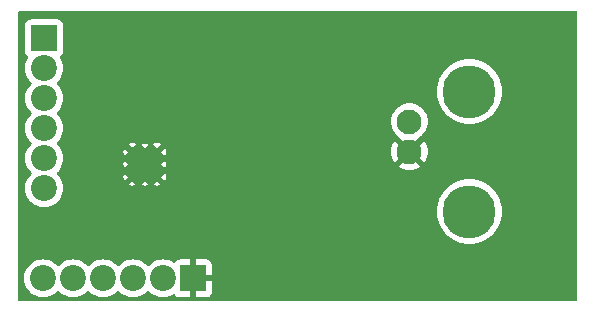
<source format=gbr>
%TF.GenerationSoftware,KiCad,Pcbnew,8.0.3*%
%TF.CreationDate,2024-10-23T17:21:21+02:00*%
%TF.ProjectId,aprs_test_board,61707273-5f74-4657-9374-5f626f617264,rev?*%
%TF.SameCoordinates,Original*%
%TF.FileFunction,Copper,L2,Bot*%
%TF.FilePolarity,Positive*%
%FSLAX46Y46*%
G04 Gerber Fmt 4.6, Leading zero omitted, Abs format (unit mm)*
G04 Created by KiCad (PCBNEW 8.0.3) date 2024-10-23 17:21:21*
%MOMM*%
%LPD*%
G01*
G04 APERTURE LIST*
%TA.AperFunction,HeatsinkPad*%
%ADD10C,0.500000*%
%TD*%
%TA.AperFunction,ComponentPad*%
%ADD11R,2.200000X2.200000*%
%TD*%
%TA.AperFunction,ComponentPad*%
%ADD12C,2.200000*%
%TD*%
%TA.AperFunction,HeatsinkPad*%
%ADD13R,2.600000X2.600000*%
%TD*%
%TA.AperFunction,ComponentPad*%
%ADD14C,2.100000*%
%TD*%
%TA.AperFunction,ComponentPad*%
%ADD15C,4.500000*%
%TD*%
%TA.AperFunction,ViaPad*%
%ADD16C,0.600000*%
%TD*%
G04 APERTURE END LIST*
D10*
%TO.P,,21,GND*%
%TO.N,GND*%
X99820000Y-103420000D03*
%TD*%
D11*
%TO.P,J2,1,Pin_1*%
%TO.N,+3.3V*%
X92350000Y-92750000D03*
D12*
%TO.P,J2,2,Pin_2*%
%TO.N,Net-(J2-Pin_2)*%
X92350000Y-95290000D03*
%TO.P,J2,3,Pin_3*%
%TO.N,Net-(J2-Pin_3)*%
X92350000Y-97830000D03*
%TO.P,J2,4,Pin_4*%
%TO.N,Net-(J2-Pin_4)*%
X92350000Y-100370000D03*
%TO.P,J2,5,Pin_5*%
%TO.N,Net-(J2-Pin_5)*%
X92350000Y-102910000D03*
%TO.P,J2,6,Pin_6*%
%TO.N,Net-(J2-Pin_6)*%
X92350000Y-105450000D03*
%TD*%
D11*
%TO.P,J3,1,Pin_1*%
%TO.N,GND*%
X104960000Y-113070000D03*
D12*
%TO.P,J3,2,Pin_2*%
%TO.N,/SDN*%
X102420000Y-113070000D03*
%TO.P,J3,3,Pin_3*%
%TO.N,Net-(J3-Pin_3)*%
X99880000Y-113070000D03*
%TO.P,J3,4,Pin_4*%
%TO.N,Net-(J3-Pin_4)*%
X97340000Y-113070000D03*
%TO.P,J3,5,Pin_5*%
%TO.N,Net-(J3-Pin_5)*%
X94800000Y-113070000D03*
%TO.P,J3,6,Pin_6*%
%TO.N,Net-(J3-Pin_6)*%
X92260000Y-113070000D03*
%TD*%
D10*
%TO.P,,21,GND*%
%TO.N,GND*%
X100870000Y-104470000D03*
%TD*%
%TO.P,U1,21,GND*%
%TO.N,GND*%
X101920000Y-104470000D03*
X101920000Y-102370000D03*
D13*
X100870000Y-103420000D03*
D10*
X99820000Y-104470000D03*
X99820000Y-102370000D03*
%TD*%
%TO.P,,21,GND*%
%TO.N,GND*%
X100880000Y-103430000D03*
%TD*%
%TO.P,,21,GND*%
%TO.N,GND*%
X101920000Y-103420000D03*
%TD*%
%TO.P,,21,GND*%
%TO.N,GND*%
X100870000Y-102420000D03*
%TD*%
D14*
%TO.P,J1,1,In*%
%TO.N,Net-(J1-In)*%
X123280000Y-99800000D03*
%TO.P,J1,2,Ext*%
%TO.N,GND*%
X123280000Y-102340000D03*
D15*
%TO.P,J1,MH1*%
%TO.N,N/C*%
X128360000Y-97260000D03*
%TO.P,J1,MH2*%
X128360000Y-107420000D03*
%TD*%
D16*
%TO.N,GND*%
X128140000Y-111890000D03*
X127940000Y-100850000D03*
X111940000Y-107130000D03*
X112790000Y-106120000D03*
X114500000Y-99000000D03*
X114500000Y-103000000D03*
X114500000Y-112000000D03*
X111500000Y-112000000D03*
X98000000Y-96000000D03*
X95000000Y-101000000D03*
X132500000Y-96000000D03*
X131000000Y-93000000D03*
X134500000Y-92500000D03*
X128000000Y-92500000D03*
X124000000Y-96000000D03*
X124000000Y-93000000D03*
X132000000Y-111000000D03*
X132500000Y-108000000D03*
X132000000Y-104500000D03*
X132000000Y-100000000D03*
X127500000Y-103500000D03*
X124000000Y-105500000D03*
X123500000Y-109000000D03*
X122000000Y-112500000D03*
X118500000Y-111000000D03*
X108000000Y-112000000D03*
X118500000Y-106500000D03*
X119000000Y-108500000D03*
X114000000Y-108000000D03*
X113000000Y-104500000D03*
X118500000Y-104000000D03*
X118500000Y-100000000D03*
X115500000Y-100500000D03*
X116500000Y-99000000D03*
X117500000Y-98000000D03*
X108500000Y-93000000D03*
X106000000Y-95000000D03*
X107000000Y-97000000D03*
X105000000Y-98500000D03*
X105000000Y-92500000D03*
X101500000Y-92500000D03*
X111340000Y-102940000D03*
X123950000Y-97970000D03*
X121330000Y-100420000D03*
X115380000Y-95260000D03*
X114770000Y-94630000D03*
X118700000Y-93970000D03*
X119470000Y-94060000D03*
X119990000Y-94620000D03*
X120520000Y-95160000D03*
X121080000Y-95750000D03*
X121710000Y-96410000D03*
X122340000Y-97040000D03*
X122970000Y-97660000D03*
X121040000Y-99460000D03*
X120270000Y-98620000D03*
X119600000Y-97980000D03*
X118870000Y-97340000D03*
X118190000Y-96640000D03*
X117310000Y-96560000D03*
X126000000Y-102000000D03*
X130000000Y-102000000D03*
X121000000Y-102000000D03*
X116000000Y-102000000D03*
X116000000Y-106000000D03*
X112000000Y-110000000D03*
X116000000Y-110000000D03*
X121000000Y-106000000D03*
X121000000Y-110000000D03*
X108000000Y-95000000D03*
X106610000Y-105010000D03*
X135000000Y-114000000D03*
X134000000Y-110000000D03*
X109000000Y-110000000D03*
X133000000Y-114000000D03*
X134000000Y-98000000D03*
X104170000Y-108910000D03*
X106970000Y-109460000D03*
X112650000Y-99440000D03*
X137000000Y-100000000D03*
X98000000Y-91000000D03*
X109000000Y-114000000D03*
X106030000Y-91100000D03*
X122000000Y-94000000D03*
X111500000Y-93830000D03*
X108030000Y-99640000D03*
X137000000Y-102000000D03*
X137000000Y-110000000D03*
X110590000Y-95360000D03*
X137000000Y-92000000D03*
X106640000Y-101620000D03*
X132000000Y-91000000D03*
X126000000Y-91000000D03*
X115000000Y-114000000D03*
X106060000Y-109450000D03*
X112020000Y-91080000D03*
X111480000Y-92930000D03*
X128000000Y-91000000D03*
X130000000Y-91000000D03*
X125550000Y-94000000D03*
X110380000Y-103680000D03*
X107000000Y-114000000D03*
X107380000Y-100030000D03*
X113180000Y-91070000D03*
X136000000Y-91000000D03*
X91000000Y-110000000D03*
X124000000Y-91000000D03*
X107920000Y-109430000D03*
X106640000Y-103240000D03*
X137000000Y-94000000D03*
X111510000Y-95370000D03*
X137000000Y-96000000D03*
X110240000Y-108270000D03*
X96000000Y-91000000D03*
X118770000Y-91060000D03*
X137000000Y-98000000D03*
X109030000Y-99690000D03*
X137000000Y-112000000D03*
X102000000Y-91000000D03*
X111480000Y-92020000D03*
X123000000Y-114000000D03*
X125000000Y-114000000D03*
X117000000Y-114000000D03*
X109200000Y-97150000D03*
X100000000Y-91000000D03*
X111510000Y-94640000D03*
X129000000Y-114000000D03*
X106610000Y-105860000D03*
X120000000Y-91000000D03*
X137000000Y-108000000D03*
X105070000Y-108950000D03*
X137000000Y-114000000D03*
X114240000Y-91090000D03*
X134000000Y-102000000D03*
X104000000Y-91000000D03*
X117630000Y-91050000D03*
X112610000Y-98500000D03*
X134000000Y-106000000D03*
X137000000Y-104000000D03*
X109650000Y-95400000D03*
X113630000Y-98520000D03*
X109220000Y-96210000D03*
X134000000Y-91000000D03*
X137000000Y-106000000D03*
X116630000Y-91110000D03*
X113000000Y-114000000D03*
X110070000Y-91130000D03*
X121000000Y-114000000D03*
X109150000Y-98920000D03*
X134000000Y-94000000D03*
X119000000Y-114000000D03*
X115430000Y-91070000D03*
X106930000Y-100830000D03*
X110330000Y-107260000D03*
X127000000Y-114000000D03*
X131000000Y-114000000D03*
X111000000Y-114000000D03*
X91000000Y-108000000D03*
X108020000Y-91220000D03*
X108910000Y-109430000D03*
X96000000Y-100000000D03*
X96000000Y-95000000D03*
X106640000Y-104120000D03*
X122000000Y-91000000D03*
X104000000Y-95000000D03*
X109160000Y-98050000D03*
X109820000Y-109170000D03*
X110400000Y-102850000D03*
X106620000Y-102430000D03*
%TD*%
%TA.AperFunction,Conductor*%
%TO.N,GND*%
G36*
X137442539Y-90460185D02*
G01*
X137488294Y-90512989D01*
X137499500Y-90564500D01*
X137499500Y-114865500D01*
X137479815Y-114932539D01*
X137427011Y-114978294D01*
X137375500Y-114989500D01*
X90234500Y-114989500D01*
X90167461Y-114969815D01*
X90121706Y-114917011D01*
X90110500Y-114865500D01*
X90110500Y-113070000D01*
X90654551Y-113070000D01*
X90674317Y-113321151D01*
X90733126Y-113566110D01*
X90829533Y-113798859D01*
X90961160Y-114013653D01*
X90961161Y-114013656D01*
X90961164Y-114013659D01*
X91124776Y-114205224D01*
X91209259Y-114277379D01*
X91316343Y-114368838D01*
X91316346Y-114368839D01*
X91531140Y-114500466D01*
X91763889Y-114596873D01*
X92008852Y-114655683D01*
X92260000Y-114675449D01*
X92511148Y-114655683D01*
X92756111Y-114596873D01*
X92988859Y-114500466D01*
X93203659Y-114368836D01*
X93395224Y-114205224D01*
X93435710Y-114157819D01*
X93494216Y-114119627D01*
X93564084Y-114119128D01*
X93623130Y-114156482D01*
X93624235Y-114157756D01*
X93664775Y-114205223D01*
X93664776Y-114205224D01*
X93856343Y-114368838D01*
X93856346Y-114368839D01*
X94071140Y-114500466D01*
X94303889Y-114596873D01*
X94548852Y-114655683D01*
X94800000Y-114675449D01*
X95051148Y-114655683D01*
X95296111Y-114596873D01*
X95528859Y-114500466D01*
X95743659Y-114368836D01*
X95935224Y-114205224D01*
X95975710Y-114157819D01*
X96034216Y-114119627D01*
X96104084Y-114119128D01*
X96163130Y-114156482D01*
X96164235Y-114157756D01*
X96204775Y-114205223D01*
X96204776Y-114205224D01*
X96396343Y-114368838D01*
X96396346Y-114368839D01*
X96611140Y-114500466D01*
X96843889Y-114596873D01*
X97088852Y-114655683D01*
X97340000Y-114675449D01*
X97591148Y-114655683D01*
X97836111Y-114596873D01*
X98068859Y-114500466D01*
X98283659Y-114368836D01*
X98475224Y-114205224D01*
X98515710Y-114157819D01*
X98574216Y-114119627D01*
X98644084Y-114119128D01*
X98703130Y-114156482D01*
X98704235Y-114157756D01*
X98744775Y-114205223D01*
X98744776Y-114205224D01*
X98936343Y-114368838D01*
X98936346Y-114368839D01*
X99151140Y-114500466D01*
X99383889Y-114596873D01*
X99628852Y-114655683D01*
X99880000Y-114675449D01*
X100131148Y-114655683D01*
X100376111Y-114596873D01*
X100608859Y-114500466D01*
X100823659Y-114368836D01*
X101015224Y-114205224D01*
X101055710Y-114157819D01*
X101114216Y-114119627D01*
X101184084Y-114119128D01*
X101243130Y-114156482D01*
X101244235Y-114157756D01*
X101284775Y-114205223D01*
X101284776Y-114205224D01*
X101476343Y-114368838D01*
X101476346Y-114368839D01*
X101691140Y-114500466D01*
X101923889Y-114596873D01*
X102168852Y-114655683D01*
X102420000Y-114675449D01*
X102671148Y-114655683D01*
X102916111Y-114596873D01*
X103148859Y-114500466D01*
X103281445Y-114419217D01*
X103348890Y-114400972D01*
X103415493Y-114422088D01*
X103445502Y-114450633D01*
X103502813Y-114527190D01*
X103617906Y-114613350D01*
X103617913Y-114613354D01*
X103752620Y-114663596D01*
X103752627Y-114663598D01*
X103812155Y-114669999D01*
X103812172Y-114670000D01*
X104710000Y-114670000D01*
X104710000Y-113503012D01*
X104767007Y-113535925D01*
X104894174Y-113570000D01*
X105025826Y-113570000D01*
X105152993Y-113535925D01*
X105210000Y-113503012D01*
X105210000Y-114670000D01*
X106107828Y-114670000D01*
X106107844Y-114669999D01*
X106167372Y-114663598D01*
X106167379Y-114663596D01*
X106302086Y-114613354D01*
X106302093Y-114613350D01*
X106417187Y-114527190D01*
X106417190Y-114527187D01*
X106503350Y-114412093D01*
X106503354Y-114412086D01*
X106553596Y-114277379D01*
X106553598Y-114277372D01*
X106559999Y-114217844D01*
X106560000Y-114217827D01*
X106560000Y-113320000D01*
X105393012Y-113320000D01*
X105425925Y-113262993D01*
X105460000Y-113135826D01*
X105460000Y-113004174D01*
X105425925Y-112877007D01*
X105393012Y-112820000D01*
X106560000Y-112820000D01*
X106560000Y-111922172D01*
X106559999Y-111922155D01*
X106553598Y-111862627D01*
X106553596Y-111862620D01*
X106503354Y-111727913D01*
X106503350Y-111727906D01*
X106417190Y-111612812D01*
X106417187Y-111612809D01*
X106302093Y-111526649D01*
X106302086Y-111526645D01*
X106167379Y-111476403D01*
X106167372Y-111476401D01*
X106107844Y-111470000D01*
X105210000Y-111470000D01*
X105210000Y-112636988D01*
X105152993Y-112604075D01*
X105025826Y-112570000D01*
X104894174Y-112570000D01*
X104767007Y-112604075D01*
X104710000Y-112636988D01*
X104710000Y-111470000D01*
X103812155Y-111470000D01*
X103752627Y-111476401D01*
X103752620Y-111476403D01*
X103617913Y-111526645D01*
X103617906Y-111526649D01*
X103502812Y-111612809D01*
X103502809Y-111612812D01*
X103445501Y-111689366D01*
X103389567Y-111731237D01*
X103319876Y-111736221D01*
X103281445Y-111720783D01*
X103148854Y-111639531D01*
X102916110Y-111543126D01*
X102671151Y-111484317D01*
X102420000Y-111464551D01*
X102168848Y-111484317D01*
X101923889Y-111543126D01*
X101691140Y-111639533D01*
X101476346Y-111771160D01*
X101476343Y-111771161D01*
X101284776Y-111934776D01*
X101244290Y-111982179D01*
X101185783Y-112020372D01*
X101115915Y-112020870D01*
X101056869Y-111983516D01*
X101055710Y-111982179D01*
X101015224Y-111934776D01*
X100888571Y-111826604D01*
X100823656Y-111771161D01*
X100823653Y-111771160D01*
X100608859Y-111639533D01*
X100376110Y-111543126D01*
X100131151Y-111484317D01*
X99880000Y-111464551D01*
X99628848Y-111484317D01*
X99383889Y-111543126D01*
X99151140Y-111639533D01*
X98936346Y-111771160D01*
X98936343Y-111771161D01*
X98744776Y-111934776D01*
X98704290Y-111982179D01*
X98645783Y-112020372D01*
X98575915Y-112020870D01*
X98516869Y-111983516D01*
X98515710Y-111982179D01*
X98475224Y-111934776D01*
X98348571Y-111826604D01*
X98283656Y-111771161D01*
X98283653Y-111771160D01*
X98068859Y-111639533D01*
X97836110Y-111543126D01*
X97591151Y-111484317D01*
X97340000Y-111464551D01*
X97088848Y-111484317D01*
X96843889Y-111543126D01*
X96611140Y-111639533D01*
X96396346Y-111771160D01*
X96396343Y-111771161D01*
X96204776Y-111934776D01*
X96164290Y-111982179D01*
X96105783Y-112020372D01*
X96035915Y-112020870D01*
X95976869Y-111983516D01*
X95975710Y-111982179D01*
X95935224Y-111934776D01*
X95808571Y-111826604D01*
X95743656Y-111771161D01*
X95743653Y-111771160D01*
X95528859Y-111639533D01*
X95296110Y-111543126D01*
X95051151Y-111484317D01*
X94800000Y-111464551D01*
X94548848Y-111484317D01*
X94303889Y-111543126D01*
X94071140Y-111639533D01*
X93856346Y-111771160D01*
X93856343Y-111771161D01*
X93664776Y-111934776D01*
X93624290Y-111982179D01*
X93565783Y-112020372D01*
X93495915Y-112020870D01*
X93436869Y-111983516D01*
X93435710Y-111982179D01*
X93395224Y-111934776D01*
X93268571Y-111826604D01*
X93203656Y-111771161D01*
X93203653Y-111771160D01*
X92988859Y-111639533D01*
X92756110Y-111543126D01*
X92511151Y-111484317D01*
X92260000Y-111464551D01*
X92008848Y-111484317D01*
X91763889Y-111543126D01*
X91531140Y-111639533D01*
X91316346Y-111771160D01*
X91316343Y-111771161D01*
X91124776Y-111934776D01*
X90961161Y-112126343D01*
X90961160Y-112126346D01*
X90829533Y-112341140D01*
X90733126Y-112573889D01*
X90674317Y-112818848D01*
X90654551Y-113070000D01*
X90110500Y-113070000D01*
X90110500Y-107420000D01*
X125604473Y-107420000D01*
X125624563Y-107752136D01*
X125624563Y-107752141D01*
X125624564Y-107752142D01*
X125684544Y-108079441D01*
X125684545Y-108079445D01*
X125684546Y-108079449D01*
X125783530Y-108397104D01*
X125783534Y-108397116D01*
X125783537Y-108397123D01*
X125920102Y-108700557D01*
X126092246Y-108985318D01*
X126092251Y-108985326D01*
X126297460Y-109247255D01*
X126532744Y-109482539D01*
X126794673Y-109687748D01*
X126794678Y-109687751D01*
X126794682Y-109687754D01*
X127079443Y-109859898D01*
X127382877Y-109996463D01*
X127382890Y-109996467D01*
X127382895Y-109996469D01*
X127594665Y-110062458D01*
X127700559Y-110095456D01*
X128027858Y-110155436D01*
X128360000Y-110175527D01*
X128692142Y-110155436D01*
X129019441Y-110095456D01*
X129337123Y-109996463D01*
X129640557Y-109859898D01*
X129925318Y-109687754D01*
X130187252Y-109482542D01*
X130422542Y-109247252D01*
X130627754Y-108985318D01*
X130799898Y-108700557D01*
X130936463Y-108397123D01*
X131035456Y-108079441D01*
X131095436Y-107752142D01*
X131115527Y-107420000D01*
X131095436Y-107087858D01*
X131035456Y-106760559D01*
X130980820Y-106585224D01*
X130936469Y-106442895D01*
X130936467Y-106442890D01*
X130936463Y-106442877D01*
X130799898Y-106139443D01*
X130627754Y-105854682D01*
X130627751Y-105854678D01*
X130627748Y-105854673D01*
X130422539Y-105592744D01*
X130187255Y-105357460D01*
X129925326Y-105152251D01*
X129922044Y-105150267D01*
X129640557Y-104980102D01*
X129337123Y-104843537D01*
X129337116Y-104843534D01*
X129337104Y-104843530D01*
X129019449Y-104744546D01*
X129019445Y-104744545D01*
X129019441Y-104744544D01*
X128692142Y-104684564D01*
X128692141Y-104684563D01*
X128692136Y-104684563D01*
X128360000Y-104664473D01*
X128027863Y-104684563D01*
X128027858Y-104684564D01*
X127700559Y-104744544D01*
X127700556Y-104744544D01*
X127700550Y-104744546D01*
X127382895Y-104843530D01*
X127382879Y-104843536D01*
X127382877Y-104843537D01*
X127189656Y-104930498D01*
X127079447Y-104980100D01*
X127079445Y-104980101D01*
X126794673Y-105152251D01*
X126532744Y-105357460D01*
X126297460Y-105592744D01*
X126092251Y-105854673D01*
X126092246Y-105854682D01*
X125920102Y-106139443D01*
X125805689Y-106393659D01*
X125783536Y-106442880D01*
X125783530Y-106442895D01*
X125684546Y-106760550D01*
X125624563Y-107087863D01*
X125604473Y-107420000D01*
X90110500Y-107420000D01*
X90110500Y-95290000D01*
X90744551Y-95290000D01*
X90764317Y-95541151D01*
X90823126Y-95786110D01*
X90919533Y-96018859D01*
X91051160Y-96233653D01*
X91051161Y-96233656D01*
X91106604Y-96298571D01*
X91214776Y-96425224D01*
X91262178Y-96465709D01*
X91262179Y-96465710D01*
X91300372Y-96524217D01*
X91300870Y-96594085D01*
X91263516Y-96653131D01*
X91262179Y-96654290D01*
X91214776Y-96694776D01*
X91051161Y-96886343D01*
X91051160Y-96886346D01*
X90919533Y-97101140D01*
X90823126Y-97333889D01*
X90764317Y-97578848D01*
X90744551Y-97830000D01*
X90764317Y-98081151D01*
X90823126Y-98326110D01*
X90919533Y-98558859D01*
X91051160Y-98773653D01*
X91051161Y-98773656D01*
X91051164Y-98773659D01*
X91214776Y-98965224D01*
X91262178Y-99005709D01*
X91262179Y-99005710D01*
X91300372Y-99064217D01*
X91300870Y-99134085D01*
X91263516Y-99193131D01*
X91262179Y-99194290D01*
X91214776Y-99234776D01*
X91051161Y-99426343D01*
X91051160Y-99426346D01*
X90919533Y-99641140D01*
X90823126Y-99873889D01*
X90764317Y-100118848D01*
X90744551Y-100370000D01*
X90764317Y-100621151D01*
X90823126Y-100866110D01*
X90919533Y-101098859D01*
X91051160Y-101313653D01*
X91051161Y-101313656D01*
X91106604Y-101378571D01*
X91214776Y-101505224D01*
X91262178Y-101545709D01*
X91262179Y-101545710D01*
X91300372Y-101604217D01*
X91300870Y-101674085D01*
X91263516Y-101733131D01*
X91262179Y-101734290D01*
X91214776Y-101774776D01*
X91051161Y-101966343D01*
X91051160Y-101966346D01*
X90919533Y-102181140D01*
X90823126Y-102413889D01*
X90764317Y-102658848D01*
X90744551Y-102910000D01*
X90764317Y-103161151D01*
X90823126Y-103406110D01*
X90919533Y-103638859D01*
X91051160Y-103853653D01*
X91051161Y-103853656D01*
X91051164Y-103853659D01*
X91214776Y-104045224D01*
X91262178Y-104085709D01*
X91262179Y-104085710D01*
X91300372Y-104144217D01*
X91300870Y-104214085D01*
X91263516Y-104273131D01*
X91262179Y-104274290D01*
X91214776Y-104314776D01*
X91051161Y-104506343D01*
X91051160Y-104506346D01*
X90919533Y-104721140D01*
X90823126Y-104953889D01*
X90764317Y-105198848D01*
X90744551Y-105450000D01*
X90764317Y-105701151D01*
X90823126Y-105946110D01*
X90919533Y-106178859D01*
X91051160Y-106393653D01*
X91051161Y-106393656D01*
X91106604Y-106458571D01*
X91214776Y-106585224D01*
X91363066Y-106711875D01*
X91406343Y-106748838D01*
X91406346Y-106748839D01*
X91621140Y-106880466D01*
X91853889Y-106976873D01*
X92098852Y-107035683D01*
X92350000Y-107055449D01*
X92601148Y-107035683D01*
X92846111Y-106976873D01*
X93078859Y-106880466D01*
X93293659Y-106748836D01*
X93485224Y-106585224D01*
X93648836Y-106393659D01*
X93780466Y-106178859D01*
X93876873Y-105946111D01*
X93935683Y-105701148D01*
X93955449Y-105450000D01*
X93935683Y-105198852D01*
X93924019Y-105150266D01*
X99493285Y-105150266D01*
X99652056Y-105205824D01*
X99819996Y-105224746D01*
X99820004Y-105224746D01*
X99987943Y-105205824D01*
X100146713Y-105150267D01*
X100146714Y-105150266D01*
X100543285Y-105150266D01*
X100702056Y-105205824D01*
X100869996Y-105224746D01*
X100870004Y-105224746D01*
X101037943Y-105205824D01*
X101196713Y-105150267D01*
X101196714Y-105150266D01*
X101593285Y-105150266D01*
X101752056Y-105205824D01*
X101919996Y-105224746D01*
X101920004Y-105224746D01*
X102087943Y-105205824D01*
X102246713Y-105150267D01*
X102246714Y-105150266D01*
X101920001Y-104823553D01*
X101920000Y-104823553D01*
X101593285Y-105150266D01*
X101196714Y-105150266D01*
X100870001Y-104823553D01*
X100870000Y-104823553D01*
X100543285Y-105150266D01*
X100146714Y-105150266D01*
X99820001Y-104823553D01*
X99820000Y-104823553D01*
X99493285Y-105150266D01*
X93924019Y-105150266D01*
X93876873Y-104953889D01*
X93831164Y-104843537D01*
X93780466Y-104721140D01*
X93648839Y-104506346D01*
X93648838Y-104506343D01*
X93617795Y-104469996D01*
X99065254Y-104469996D01*
X99065254Y-104470003D01*
X99084175Y-104637938D01*
X99084176Y-104637943D01*
X99139732Y-104796714D01*
X99466447Y-104470000D01*
X99446556Y-104450109D01*
X99720000Y-104450109D01*
X99720000Y-104489891D01*
X99735224Y-104526645D01*
X99763355Y-104554776D01*
X99800109Y-104570000D01*
X99839891Y-104570000D01*
X99876645Y-104554776D01*
X99904776Y-104526645D01*
X99920000Y-104489891D01*
X99920000Y-104470000D01*
X100173553Y-104470000D01*
X100345000Y-104641447D01*
X100516447Y-104470000D01*
X100496556Y-104450109D01*
X100770000Y-104450109D01*
X100770000Y-104489891D01*
X100785224Y-104526645D01*
X100813355Y-104554776D01*
X100850109Y-104570000D01*
X100889891Y-104570000D01*
X100926645Y-104554776D01*
X100954776Y-104526645D01*
X100970000Y-104489891D01*
X100970000Y-104470000D01*
X101223553Y-104470000D01*
X101395000Y-104641447D01*
X101566447Y-104470000D01*
X101546556Y-104450109D01*
X101820000Y-104450109D01*
X101820000Y-104489891D01*
X101835224Y-104526645D01*
X101863355Y-104554776D01*
X101900109Y-104570000D01*
X101939891Y-104570000D01*
X101976645Y-104554776D01*
X102004776Y-104526645D01*
X102020000Y-104489891D01*
X102020000Y-104469999D01*
X102273553Y-104469999D01*
X102273553Y-104470001D01*
X102600266Y-104796714D01*
X102600267Y-104796713D01*
X102655824Y-104637943D01*
X102674746Y-104470003D01*
X102674746Y-104469996D01*
X102655824Y-104302056D01*
X102600266Y-104143285D01*
X102273553Y-104469999D01*
X102020000Y-104469999D01*
X102020000Y-104450109D01*
X102004776Y-104413355D01*
X101976645Y-104385224D01*
X101939891Y-104370000D01*
X101900109Y-104370000D01*
X101863355Y-104385224D01*
X101835224Y-104413355D01*
X101820000Y-104450109D01*
X101546556Y-104450109D01*
X101395000Y-104298553D01*
X101223553Y-104470000D01*
X100970000Y-104470000D01*
X100970000Y-104450109D01*
X100954776Y-104413355D01*
X100926645Y-104385224D01*
X100889891Y-104370000D01*
X100850109Y-104370000D01*
X100813355Y-104385224D01*
X100785224Y-104413355D01*
X100770000Y-104450109D01*
X100496556Y-104450109D01*
X100345000Y-104298553D01*
X100173553Y-104470000D01*
X99920000Y-104470000D01*
X99920000Y-104450109D01*
X99904776Y-104413355D01*
X99876645Y-104385224D01*
X99839891Y-104370000D01*
X99800109Y-104370000D01*
X99763355Y-104385224D01*
X99735224Y-104413355D01*
X99720000Y-104450109D01*
X99446556Y-104450109D01*
X99139732Y-104143285D01*
X99084176Y-104302053D01*
X99084175Y-104302058D01*
X99065254Y-104469996D01*
X93617795Y-104469996D01*
X93485224Y-104314776D01*
X93470333Y-104302058D01*
X93437819Y-104274289D01*
X93399627Y-104215784D01*
X93399128Y-104145916D01*
X93436482Y-104086870D01*
X93437756Y-104085764D01*
X93485224Y-104045224D01*
X93570823Y-103945000D01*
X99648553Y-103945000D01*
X99820000Y-104116447D01*
X99981447Y-103955000D01*
X100708553Y-103955000D01*
X100870000Y-104116447D01*
X101041447Y-103945000D01*
X101748553Y-103945000D01*
X101920000Y-104116447D01*
X102091447Y-103945000D01*
X101920000Y-103773553D01*
X101748553Y-103945000D01*
X101041447Y-103945000D01*
X100880000Y-103783553D01*
X100708553Y-103955000D01*
X99981447Y-103955000D01*
X99991447Y-103945000D01*
X99820000Y-103773553D01*
X99648553Y-103945000D01*
X93570823Y-103945000D01*
X93648836Y-103853659D01*
X93780466Y-103638859D01*
X93871122Y-103419996D01*
X99065254Y-103419996D01*
X99065254Y-103420003D01*
X99084175Y-103587938D01*
X99084176Y-103587943D01*
X99139732Y-103746714D01*
X99466447Y-103420000D01*
X99446556Y-103400109D01*
X99720000Y-103400109D01*
X99720000Y-103439891D01*
X99735224Y-103476645D01*
X99763355Y-103504776D01*
X99800109Y-103520000D01*
X99839891Y-103520000D01*
X99876645Y-103504776D01*
X99904776Y-103476645D01*
X99920000Y-103439891D01*
X99920000Y-103420000D01*
X100173553Y-103420000D01*
X100355000Y-103601447D01*
X100526447Y-103430000D01*
X100506556Y-103410109D01*
X100780000Y-103410109D01*
X100780000Y-103449891D01*
X100795224Y-103486645D01*
X100823355Y-103514776D01*
X100860109Y-103530000D01*
X100899891Y-103530000D01*
X100936645Y-103514776D01*
X100964776Y-103486645D01*
X100980000Y-103449891D01*
X100980000Y-103430000D01*
X101233553Y-103430000D01*
X101395000Y-103591447D01*
X101566447Y-103420000D01*
X101546556Y-103400109D01*
X101820000Y-103400109D01*
X101820000Y-103439891D01*
X101835224Y-103476645D01*
X101863355Y-103504776D01*
X101900109Y-103520000D01*
X101939891Y-103520000D01*
X101976645Y-103504776D01*
X102004776Y-103476645D01*
X102020000Y-103439891D01*
X102020000Y-103419999D01*
X102273553Y-103419999D01*
X102273553Y-103420001D01*
X102600266Y-103746714D01*
X102600267Y-103746713D01*
X102655824Y-103587943D01*
X102674746Y-103420003D01*
X102674746Y-103419996D01*
X102655824Y-103252056D01*
X102600266Y-103093285D01*
X102273553Y-103419999D01*
X102020000Y-103419999D01*
X102020000Y-103400109D01*
X102004776Y-103363355D01*
X101976645Y-103335224D01*
X101939891Y-103320000D01*
X101900109Y-103320000D01*
X101863355Y-103335224D01*
X101835224Y-103363355D01*
X101820000Y-103400109D01*
X101546556Y-103400109D01*
X101405000Y-103258553D01*
X101233553Y-103430000D01*
X100980000Y-103430000D01*
X100980000Y-103410109D01*
X100964776Y-103373355D01*
X100936645Y-103345224D01*
X100899891Y-103330000D01*
X100860109Y-103330000D01*
X100823355Y-103345224D01*
X100795224Y-103373355D01*
X100780000Y-103410109D01*
X100506556Y-103410109D01*
X100345000Y-103248553D01*
X100173553Y-103420000D01*
X99920000Y-103420000D01*
X99920000Y-103400109D01*
X99904776Y-103363355D01*
X99876645Y-103335224D01*
X99839891Y-103320000D01*
X99800109Y-103320000D01*
X99763355Y-103335224D01*
X99735224Y-103363355D01*
X99720000Y-103400109D01*
X99446556Y-103400109D01*
X99139732Y-103093285D01*
X99084176Y-103252053D01*
X99084175Y-103252058D01*
X99065254Y-103419996D01*
X93871122Y-103419996D01*
X93876873Y-103406111D01*
X93935683Y-103161148D01*
X93955449Y-102910000D01*
X93954268Y-102895000D01*
X99648553Y-102895000D01*
X99820000Y-103066447D01*
X99966447Y-102920000D01*
X100723553Y-102920000D01*
X100880000Y-103076447D01*
X101026447Y-102930000D01*
X100991447Y-102895000D01*
X101748553Y-102895000D01*
X101920000Y-103066447D01*
X102091447Y-102895000D01*
X101920000Y-102723553D01*
X101748553Y-102895000D01*
X100991447Y-102895000D01*
X100870000Y-102773553D01*
X100723553Y-102920000D01*
X99966447Y-102920000D01*
X99991447Y-102895000D01*
X99820000Y-102723553D01*
X99648553Y-102895000D01*
X93954268Y-102895000D01*
X93935683Y-102658852D01*
X93876873Y-102413889D01*
X93858692Y-102369996D01*
X99065254Y-102369996D01*
X99065254Y-102370003D01*
X99084175Y-102537938D01*
X99084176Y-102537943D01*
X99139732Y-102696714D01*
X99466447Y-102370000D01*
X99446556Y-102350109D01*
X99720000Y-102350109D01*
X99720000Y-102389891D01*
X99735224Y-102426645D01*
X99763355Y-102454776D01*
X99800109Y-102470000D01*
X99839891Y-102470000D01*
X99876645Y-102454776D01*
X99904776Y-102426645D01*
X99920000Y-102389891D01*
X99920000Y-102370000D01*
X100173553Y-102370000D01*
X100370000Y-102566447D01*
X100516447Y-102420000D01*
X100496556Y-102400109D01*
X100770000Y-102400109D01*
X100770000Y-102439891D01*
X100785224Y-102476645D01*
X100813355Y-102504776D01*
X100850109Y-102520000D01*
X100889891Y-102520000D01*
X100926645Y-102504776D01*
X100954776Y-102476645D01*
X100970000Y-102439891D01*
X100970000Y-102420000D01*
X101223553Y-102420000D01*
X101370000Y-102566447D01*
X101566447Y-102370000D01*
X101546556Y-102350109D01*
X101820000Y-102350109D01*
X101820000Y-102389891D01*
X101835224Y-102426645D01*
X101863355Y-102454776D01*
X101900109Y-102470000D01*
X101939891Y-102470000D01*
X101976645Y-102454776D01*
X102004776Y-102426645D01*
X102020000Y-102389891D01*
X102020000Y-102369999D01*
X102273553Y-102369999D01*
X102273553Y-102370001D01*
X102600266Y-102696714D01*
X102600267Y-102696713D01*
X102655824Y-102537943D01*
X102674746Y-102370003D01*
X102674746Y-102369996D01*
X102655824Y-102202056D01*
X102600266Y-102043285D01*
X102273553Y-102369999D01*
X102020000Y-102369999D01*
X102020000Y-102350109D01*
X102004776Y-102313355D01*
X101976645Y-102285224D01*
X101939891Y-102270000D01*
X101900109Y-102270000D01*
X101863355Y-102285224D01*
X101835224Y-102313355D01*
X101820000Y-102350109D01*
X101546556Y-102350109D01*
X101420000Y-102223553D01*
X101223553Y-102420000D01*
X100970000Y-102420000D01*
X100970000Y-102400109D01*
X100954776Y-102363355D01*
X100926645Y-102335224D01*
X100889891Y-102320000D01*
X100850109Y-102320000D01*
X100813355Y-102335224D01*
X100785224Y-102363355D01*
X100770000Y-102400109D01*
X100496556Y-102400109D01*
X100320000Y-102223553D01*
X100173553Y-102370000D01*
X99920000Y-102370000D01*
X99920000Y-102350109D01*
X99904776Y-102313355D01*
X99876645Y-102285224D01*
X99839891Y-102270000D01*
X99800109Y-102270000D01*
X99763355Y-102285224D01*
X99735224Y-102313355D01*
X99720000Y-102350109D01*
X99446556Y-102350109D01*
X99139732Y-102043285D01*
X99084176Y-102202053D01*
X99084175Y-102202058D01*
X99065254Y-102369996D01*
X93858692Y-102369996D01*
X93835231Y-102313355D01*
X93780466Y-102181140D01*
X93648839Y-101966346D01*
X93648838Y-101966343D01*
X93485224Y-101774776D01*
X93437819Y-101734289D01*
X93408732Y-101689732D01*
X99493285Y-101689732D01*
X99820000Y-102016447D01*
X99820001Y-102016447D01*
X100096714Y-101739732D01*
X100543285Y-101739732D01*
X100870000Y-102066447D01*
X100870001Y-102066447D01*
X101196714Y-101739732D01*
X101053821Y-101689732D01*
X101593285Y-101689732D01*
X101920000Y-102016447D01*
X101920001Y-102016447D01*
X102246714Y-101689732D01*
X102087943Y-101634176D01*
X102087938Y-101634175D01*
X101920004Y-101615254D01*
X101919996Y-101615254D01*
X101752058Y-101634175D01*
X101752053Y-101634176D01*
X101593285Y-101689732D01*
X101053821Y-101689732D01*
X101037943Y-101684176D01*
X101037938Y-101684175D01*
X100870004Y-101665254D01*
X100869996Y-101665254D01*
X100702058Y-101684175D01*
X100702053Y-101684176D01*
X100543285Y-101739732D01*
X100096714Y-101739732D01*
X100146714Y-101689732D01*
X99987943Y-101634176D01*
X99987938Y-101634175D01*
X99820004Y-101615254D01*
X99819996Y-101615254D01*
X99652058Y-101634175D01*
X99652053Y-101634176D01*
X99493285Y-101689732D01*
X93408732Y-101689732D01*
X93399627Y-101675784D01*
X93399128Y-101605916D01*
X93436482Y-101546870D01*
X93437756Y-101545764D01*
X93485224Y-101505224D01*
X93648836Y-101313659D01*
X93780466Y-101098859D01*
X93876873Y-100866111D01*
X93935683Y-100621148D01*
X93955449Y-100370000D01*
X93935683Y-100118852D01*
X93876873Y-99873889D01*
X93846267Y-99800000D01*
X121724706Y-99800000D01*
X121743853Y-100043297D01*
X121743853Y-100043300D01*
X121743854Y-100043302D01*
X121761991Y-100118848D01*
X121800830Y-100280619D01*
X121894222Y-100506089D01*
X122021737Y-100714173D01*
X122021738Y-100714176D01*
X122021741Y-100714179D01*
X122180241Y-100899759D01*
X122323262Y-101021910D01*
X122323263Y-101021911D01*
X122337924Y-101044370D01*
X123162838Y-101869284D01*
X123092797Y-101888052D01*
X122982203Y-101951903D01*
X122891903Y-102042203D01*
X122828052Y-102152797D01*
X122809284Y-102222837D01*
X122018504Y-101432057D01*
X121894668Y-101634138D01*
X121801303Y-101859542D01*
X121744348Y-102096780D01*
X121725207Y-102340000D01*
X121744348Y-102583219D01*
X121801303Y-102820457D01*
X121894668Y-103045861D01*
X122018504Y-103247941D01*
X122809284Y-102457161D01*
X122828052Y-102527203D01*
X122891903Y-102637797D01*
X122982203Y-102728097D01*
X123092797Y-102791948D01*
X123162837Y-102810715D01*
X122372057Y-103601494D01*
X122574138Y-103725331D01*
X122799542Y-103818696D01*
X123036780Y-103875651D01*
X123036779Y-103875651D01*
X123280000Y-103894792D01*
X123523219Y-103875651D01*
X123760457Y-103818696D01*
X123985861Y-103725331D01*
X124187941Y-103601495D01*
X124187941Y-103601494D01*
X123397162Y-102810715D01*
X123467203Y-102791948D01*
X123577797Y-102728097D01*
X123668097Y-102637797D01*
X123731948Y-102527203D01*
X123750715Y-102457162D01*
X124541494Y-103247941D01*
X124541495Y-103247941D01*
X124665331Y-103045861D01*
X124758696Y-102820457D01*
X124815651Y-102583219D01*
X124834792Y-102340000D01*
X124815651Y-102096780D01*
X124758696Y-101859542D01*
X124665331Y-101634138D01*
X124541494Y-101432057D01*
X123750715Y-102222836D01*
X123731948Y-102152797D01*
X123668097Y-102042203D01*
X123577797Y-101951903D01*
X123467203Y-101888052D01*
X123397162Y-101869284D01*
X124210038Y-101056406D01*
X124236731Y-101021915D01*
X124379759Y-100899759D01*
X124538259Y-100714179D01*
X124665777Y-100506089D01*
X124759172Y-100280612D01*
X124816146Y-100043302D01*
X124835294Y-99800000D01*
X124816146Y-99556698D01*
X124759172Y-99319388D01*
X124724125Y-99234776D01*
X124665777Y-99093910D01*
X124538262Y-98885826D01*
X124538261Y-98885823D01*
X124486585Y-98825318D01*
X124379759Y-98700241D01*
X124214222Y-98558859D01*
X124194176Y-98541738D01*
X124194173Y-98541737D01*
X123986089Y-98414222D01*
X123760618Y-98320830D01*
X123760621Y-98320830D01*
X123654992Y-98295470D01*
X123523302Y-98263854D01*
X123523300Y-98263853D01*
X123523297Y-98263853D01*
X123280000Y-98244706D01*
X123036702Y-98263853D01*
X122799380Y-98320830D01*
X122573910Y-98414222D01*
X122365826Y-98541737D01*
X122365823Y-98541738D01*
X122180241Y-98700241D01*
X122021738Y-98885823D01*
X122021737Y-98885826D01*
X121894222Y-99093910D01*
X121800830Y-99319380D01*
X121800828Y-99319387D01*
X121800828Y-99319388D01*
X121800071Y-99322542D01*
X121743853Y-99556702D01*
X121724706Y-99800000D01*
X93846267Y-99800000D01*
X93780466Y-99641140D01*
X93648839Y-99426346D01*
X93648838Y-99426343D01*
X93485224Y-99234776D01*
X93437819Y-99194289D01*
X93399627Y-99135784D01*
X93399128Y-99065916D01*
X93436482Y-99006870D01*
X93437756Y-99005764D01*
X93485224Y-98965224D01*
X93648836Y-98773659D01*
X93780466Y-98558859D01*
X93876873Y-98326111D01*
X93935683Y-98081148D01*
X93955449Y-97830000D01*
X93935683Y-97578852D01*
X93876873Y-97333889D01*
X93846267Y-97260000D01*
X125604473Y-97260000D01*
X125624563Y-97592136D01*
X125624563Y-97592141D01*
X125624564Y-97592142D01*
X125684544Y-97919441D01*
X125684545Y-97919445D01*
X125684546Y-97919449D01*
X125783530Y-98237104D01*
X125783534Y-98237116D01*
X125783537Y-98237123D01*
X125920102Y-98540557D01*
X126061017Y-98773659D01*
X126092251Y-98825326D01*
X126297460Y-99087255D01*
X126532744Y-99322539D01*
X126794673Y-99527748D01*
X126794678Y-99527751D01*
X126794682Y-99527754D01*
X127079443Y-99699898D01*
X127382877Y-99836463D01*
X127382890Y-99836467D01*
X127382895Y-99836469D01*
X127502982Y-99873889D01*
X127700559Y-99935456D01*
X128027858Y-99995436D01*
X128360000Y-100015527D01*
X128692142Y-99995436D01*
X129019441Y-99935456D01*
X129337123Y-99836463D01*
X129640557Y-99699898D01*
X129925318Y-99527754D01*
X130187252Y-99322542D01*
X130422542Y-99087252D01*
X130627754Y-98825318D01*
X130799898Y-98540557D01*
X130936463Y-98237123D01*
X131035456Y-97919441D01*
X131095436Y-97592142D01*
X131115527Y-97260000D01*
X131095436Y-96927858D01*
X131035456Y-96600559D01*
X130980820Y-96425224D01*
X130936469Y-96282895D01*
X130936467Y-96282890D01*
X130936463Y-96282877D01*
X130799898Y-95979443D01*
X130627754Y-95694682D01*
X130627751Y-95694678D01*
X130627748Y-95694673D01*
X130422539Y-95432744D01*
X130187255Y-95197460D01*
X129925326Y-94992251D01*
X129925318Y-94992246D01*
X129640557Y-94820102D01*
X129337123Y-94683537D01*
X129337116Y-94683534D01*
X129337104Y-94683530D01*
X129019449Y-94584546D01*
X129019445Y-94584545D01*
X129019441Y-94584544D01*
X128692142Y-94524564D01*
X128692141Y-94524563D01*
X128692136Y-94524563D01*
X128360000Y-94504473D01*
X128027863Y-94524563D01*
X128027858Y-94524564D01*
X127700559Y-94584544D01*
X127700556Y-94584544D01*
X127700550Y-94584546D01*
X127382895Y-94683530D01*
X127382879Y-94683536D01*
X127382877Y-94683537D01*
X127189656Y-94770498D01*
X127079447Y-94820100D01*
X127079445Y-94820101D01*
X126794673Y-94992251D01*
X126532744Y-95197460D01*
X126297460Y-95432744D01*
X126092251Y-95694673D01*
X126092246Y-95694682D01*
X125920102Y-95979443D01*
X125805689Y-96233659D01*
X125783536Y-96282880D01*
X125783530Y-96282895D01*
X125684546Y-96600550D01*
X125684544Y-96600556D01*
X125684544Y-96600559D01*
X125674697Y-96654291D01*
X125624563Y-96927863D01*
X125604473Y-97260000D01*
X93846267Y-97260000D01*
X93780466Y-97101141D01*
X93780466Y-97101140D01*
X93648839Y-96886346D01*
X93648838Y-96886343D01*
X93485224Y-96694776D01*
X93437819Y-96654289D01*
X93399627Y-96595784D01*
X93399128Y-96525916D01*
X93436482Y-96466870D01*
X93437756Y-96465764D01*
X93485224Y-96425224D01*
X93648836Y-96233659D01*
X93780466Y-96018859D01*
X93876873Y-95786111D01*
X93935683Y-95541148D01*
X93955449Y-95290000D01*
X93935683Y-95038852D01*
X93876873Y-94793889D01*
X93831164Y-94683537D01*
X93780466Y-94561140D01*
X93699479Y-94428983D01*
X93681234Y-94361538D01*
X93702350Y-94294935D01*
X93730891Y-94264929D01*
X93807546Y-94207546D01*
X93893796Y-94092331D01*
X93944091Y-93957483D01*
X93950500Y-93897873D01*
X93950499Y-91602128D01*
X93944091Y-91542517D01*
X93893796Y-91407669D01*
X93893795Y-91407668D01*
X93893793Y-91407664D01*
X93807547Y-91292455D01*
X93807544Y-91292452D01*
X93692335Y-91206206D01*
X93692328Y-91206202D01*
X93557482Y-91155908D01*
X93557483Y-91155908D01*
X93497883Y-91149501D01*
X93497881Y-91149500D01*
X93497873Y-91149500D01*
X93497864Y-91149500D01*
X91202129Y-91149500D01*
X91202123Y-91149501D01*
X91142516Y-91155908D01*
X91007671Y-91206202D01*
X91007664Y-91206206D01*
X90892455Y-91292452D01*
X90892452Y-91292455D01*
X90806206Y-91407664D01*
X90806202Y-91407671D01*
X90755908Y-91542517D01*
X90749501Y-91602116D01*
X90749501Y-91602123D01*
X90749500Y-91602135D01*
X90749500Y-93897870D01*
X90749501Y-93897876D01*
X90755908Y-93957483D01*
X90806202Y-94092328D01*
X90806206Y-94092335D01*
X90892452Y-94207544D01*
X90892455Y-94207547D01*
X90969104Y-94264927D01*
X91010975Y-94320861D01*
X91015959Y-94390552D01*
X91000520Y-94428983D01*
X90919533Y-94561140D01*
X90823126Y-94793889D01*
X90764317Y-95038848D01*
X90744551Y-95290000D01*
X90110500Y-95290000D01*
X90110500Y-90564500D01*
X90130185Y-90497461D01*
X90182989Y-90451706D01*
X90234500Y-90440500D01*
X137375500Y-90440500D01*
X137442539Y-90460185D01*
G37*
%TD.AperFunction*%
%TD*%
M02*

</source>
